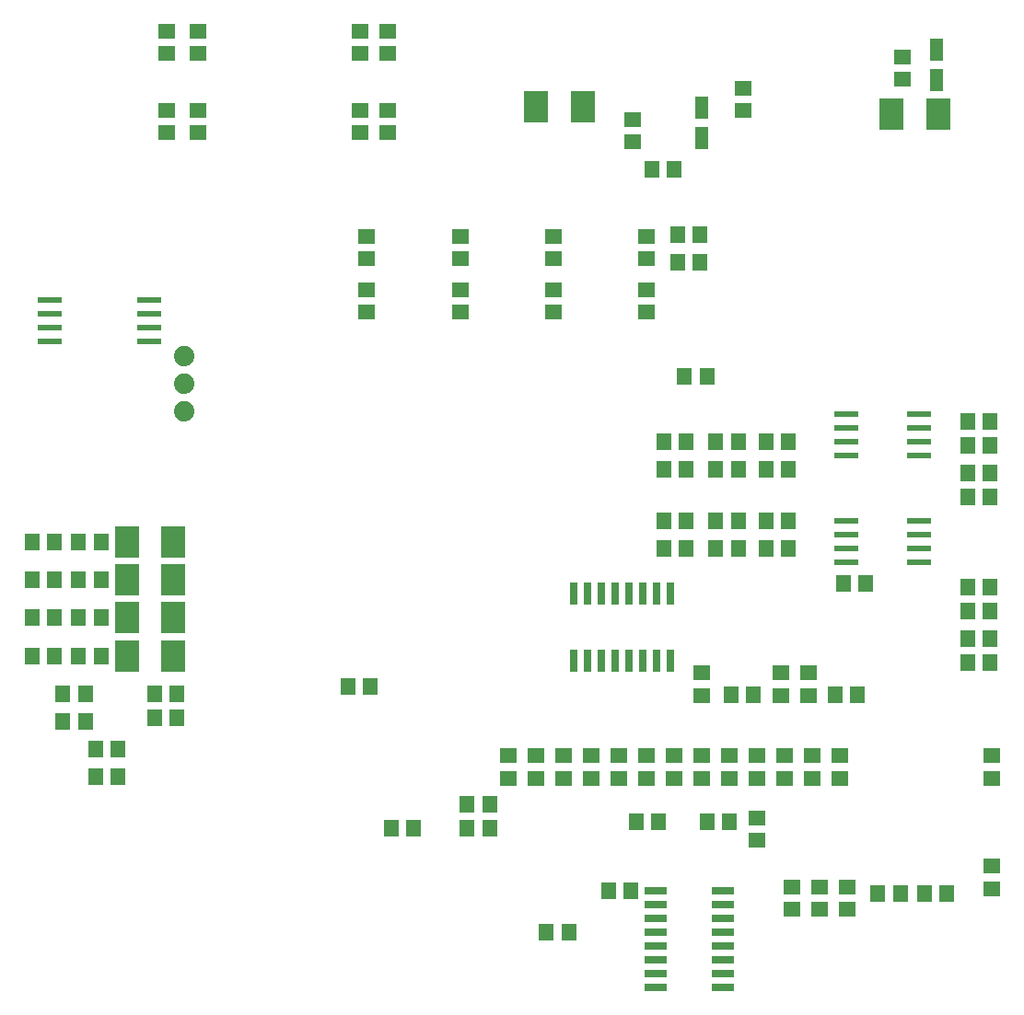
<source format=gtp>
G04 MADE WITH FRITZING*
G04 WWW.FRITZING.ORG*
G04 DOUBLE SIDED*
G04 HOLES PLATED*
G04 CONTOUR ON CENTER OF CONTOUR VECTOR*
%ASAXBY*%
%FSLAX23Y23*%
%MOIN*%
%OFA0B0*%
%SFA1.0B1.0*%
%ADD10C,0.074000*%
%ADD11R,0.047244X0.078740*%
%ADD12R,0.059055X0.055118*%
%ADD13R,0.055118X0.059055*%
%ADD14R,0.086614X0.023622*%
%ADD15R,0.090086X0.113708*%
%ADD16R,0.026000X0.080000*%
%ADD17R,0.086900X0.024000*%
%ADD18R,0.080000X0.026000*%
%ADD19R,0.001000X0.001000*%
%LNPASTEMASK1*%
G90*
G70*
G54D10*
X607Y2494D03*
X607Y2394D03*
X607Y2294D03*
G54D11*
X2482Y3282D03*
X2482Y3393D03*
G54D12*
X2232Y3270D03*
X2232Y3351D03*
G54D13*
X2301Y3170D03*
X2382Y3170D03*
G54D14*
X482Y2595D03*
X120Y2595D03*
X482Y2545D03*
X482Y2645D03*
X482Y2695D03*
X120Y2545D03*
X120Y2645D03*
X120Y2695D03*
G54D15*
X3169Y3370D03*
X3339Y3370D03*
X1882Y3395D03*
X2051Y3395D03*
G54D16*
X2019Y1390D03*
X2069Y1390D03*
X2119Y1390D03*
X2169Y1390D03*
X2219Y1390D03*
X2269Y1390D03*
X2319Y1390D03*
X2369Y1390D03*
X2369Y1632D03*
X2319Y1632D03*
X2269Y1632D03*
X2219Y1632D03*
X2169Y1632D03*
X2119Y1632D03*
X2069Y1632D03*
X2019Y1632D03*
G54D17*
X3269Y2132D03*
X3269Y2182D03*
X3269Y2232D03*
X3269Y2282D03*
X3004Y2282D03*
X3004Y2232D03*
X3004Y2182D03*
X3004Y2132D03*
X3269Y1745D03*
X3269Y1795D03*
X3269Y1845D03*
X3269Y1895D03*
X3004Y1895D03*
X3004Y1845D03*
X3004Y1795D03*
X3004Y1745D03*
G54D15*
X569Y1407D03*
X400Y1407D03*
X569Y1545D03*
X400Y1545D03*
X569Y1682D03*
X400Y1682D03*
X569Y1820D03*
X400Y1820D03*
G54D13*
X57Y1407D03*
X138Y1407D03*
X57Y1545D03*
X138Y1545D03*
X57Y1682D03*
X138Y1682D03*
X57Y1820D03*
X138Y1820D03*
X2532Y1795D03*
X2613Y1795D03*
X2532Y1895D03*
X2613Y1895D03*
X2532Y2082D03*
X2613Y2082D03*
X2532Y2182D03*
X2613Y2182D03*
X307Y1407D03*
X226Y1407D03*
X307Y1545D03*
X226Y1545D03*
X307Y1682D03*
X226Y1682D03*
X307Y1820D03*
X226Y1820D03*
X2344Y1795D03*
X2425Y1795D03*
X2344Y1895D03*
X2425Y1895D03*
X2344Y2082D03*
X2425Y2082D03*
X2344Y2182D03*
X2425Y2182D03*
G54D11*
X3332Y3494D03*
X3332Y3604D03*
G54D18*
X2557Y207D03*
X2557Y257D03*
X2557Y307D03*
X2557Y357D03*
X2557Y407D03*
X2557Y457D03*
X2557Y507D03*
X2557Y557D03*
X2315Y557D03*
X2315Y507D03*
X2315Y457D03*
X2315Y407D03*
X2315Y357D03*
X2315Y307D03*
X2315Y257D03*
X2315Y207D03*
G54D13*
X2144Y557D03*
X2225Y557D03*
X582Y1182D03*
X501Y1182D03*
X369Y1070D03*
X289Y1070D03*
X2394Y2932D03*
X2475Y2932D03*
G54D12*
X3207Y3576D03*
X3207Y3495D03*
X2632Y3463D03*
X2632Y3382D03*
G54D13*
X369Y970D03*
X289Y970D03*
X582Y1270D03*
X501Y1270D03*
X250Y1270D03*
X169Y1270D03*
G54D12*
X1344Y3302D03*
X1344Y3382D03*
X1244Y3589D03*
X1244Y3670D03*
X1344Y3589D03*
X1344Y3670D03*
X1244Y3302D03*
X1244Y3382D03*
X657Y3589D03*
X657Y3670D03*
X544Y3589D03*
X544Y3670D03*
X657Y3302D03*
X657Y3382D03*
X544Y3302D03*
X544Y3382D03*
G54D13*
X3525Y2257D03*
X3444Y2257D03*
X3525Y1982D03*
X3444Y1982D03*
X3525Y2070D03*
X3444Y2070D03*
X3525Y2170D03*
X3444Y2170D03*
X2419Y2420D03*
X2500Y2420D03*
X3525Y1382D03*
X3444Y1382D03*
X3525Y1470D03*
X3444Y1470D03*
X3525Y1570D03*
X3444Y1570D03*
X3525Y1657D03*
X3444Y1657D03*
G54D12*
X1269Y2652D03*
X1269Y2732D03*
X1607Y2652D03*
X1607Y2732D03*
X1944Y2652D03*
X1944Y2732D03*
X2282Y2652D03*
X2282Y2732D03*
X1269Y2926D03*
X1269Y2845D03*
X1607Y2926D03*
X1607Y2845D03*
X1944Y2926D03*
X1944Y2845D03*
X2282Y2926D03*
X2282Y2845D03*
G54D13*
X2714Y2082D03*
X2794Y2082D03*
X2794Y2182D03*
X2714Y2182D03*
X1713Y782D03*
X1632Y782D03*
X2325Y807D03*
X2244Y807D03*
X250Y1170D03*
X169Y1170D03*
X2994Y1670D03*
X3075Y1670D03*
G54D12*
X2769Y1345D03*
X2769Y1264D03*
X2082Y964D03*
X2082Y1045D03*
G54D13*
X1282Y1295D03*
X1201Y1295D03*
X2475Y2832D03*
X2394Y2832D03*
G54D12*
X1982Y964D03*
X1982Y1045D03*
G54D13*
X1713Y870D03*
X1632Y870D03*
G54D12*
X1782Y1045D03*
X1782Y964D03*
G54D13*
X3044Y1266D03*
X2964Y1266D03*
G54D12*
X2482Y1264D03*
X2482Y1345D03*
X3532Y964D03*
X3532Y1045D03*
G54D13*
X3289Y545D03*
X3369Y545D03*
X3200Y545D03*
X3119Y545D03*
G54D12*
X3532Y564D03*
X3532Y645D03*
X3007Y570D03*
X3007Y489D03*
X2682Y739D03*
X2682Y820D03*
G54D13*
X2501Y807D03*
X2582Y807D03*
G54D12*
X2882Y964D03*
X2882Y1045D03*
X2807Y489D03*
X2807Y570D03*
X2907Y489D03*
X2907Y570D03*
G54D13*
X1357Y782D03*
X1438Y782D03*
G54D12*
X1882Y964D03*
X1882Y1045D03*
X2182Y964D03*
X2182Y1045D03*
X2982Y964D03*
X2982Y1045D03*
X2682Y964D03*
X2682Y1045D03*
X2582Y964D03*
X2582Y1045D03*
X2782Y964D03*
X2782Y1045D03*
X2482Y964D03*
X2482Y1045D03*
X2282Y964D03*
X2282Y1045D03*
X2382Y964D03*
X2382Y1045D03*
G54D13*
X2714Y1795D03*
X2794Y1795D03*
X2794Y1895D03*
X2714Y1895D03*
X2669Y1266D03*
X2589Y1266D03*
G54D12*
X2869Y1264D03*
X2869Y1345D03*
G54D13*
X1919Y407D03*
X2000Y407D03*
G54D19*
D02*
G04 End of PasteMask1*
M02*
</source>
